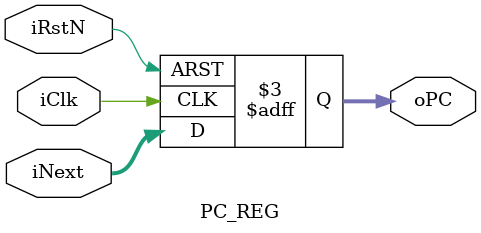
<source format=v>
module TOP (
    input iClk,
    input iRstN
);

    // PC wires
    wire [31:0] pc_cur;
    wire [31:0] pc_next;

    // Instruction 
    wire [31:0] instr;

    // Decoder outputs
    wire [6:0]  opcode;
    wire [4:0]  rd, rs1, rs2;
    wire [2:0]  funct3;
    wire [6:0]  funct7;
    wire [31:0] imm;

    // Control signals
    wire oLui, oPcSrc, oMemRd, oMemWr;
    wire oMemtoReg, oAluSrc1, oAluSrc2;
    wire oRegWrite, oBranch, oJump;
    wire oAluOp;

    // Register wires
    wire [31:0] rs1Data, rs2Data;
    wire [31:0] regWriteData;

    // ALU wires
    wire [3:0] aluCtrl;
    wire [31:0] aluInA, aluInB, aluOut;
    wire aluZero;

    // Data memory
    wire [31:0] memReadData;

    wire [31:0] wb_mux0_out;
    wire [31:0] wb_final;

 
    // PC REGISTER
    PC_REG pc0 (
        .iClk(iClk),
        .iRstN(iRstN),
        .iNext(pc_next),
        .oPC(pc_cur)
    );


    // INSTRUCTION MEMORY
    INSTRUCTION_MEMORY imem (
        .iRdAddr(pc_cur),
        .oInstr(instr)
    );


    // DECODER
    DECODER dec0 (
        .iInstr(instr),
        .oOpcode(opcode),
        .oRd(rd),
        .oFunct3(funct3),
        .oRs1(rs1),
        .oRs2(rs2),
        .oFunct7(funct7),
        .oImm(imm)
    );

    // CONTROL
    CONTROL ctrl0 (
        .iOpcode(opcode),
        .oLui(oLui),
        .oPcSrc(oPcSrc),
        .oMemRd(oMemRd),
        .oMemWr(oMemWr),
        .oAluOp(oAluOp),
        .oMemtoReg(oMemtoReg),
        .oAluSrc1(oAluSrc1),
        .oAluSrc2(oAluSrc2),
        .oRegWrite(oRegWrite),
        .oBranch(oBranch),
        .oJump(oJump)
    );

    // REGISTER FILE
    REGISTER reg0 (
        .iClk(iClk),
        .iRstN(iRstN),
        .iWriteEn(oRegWrite),
        .iReadEnS1(1'b1),
        .iReadEnS2(1'b1),
        .iRdAddr(rd),
        .iRs1Addr(rs1),
        .iRs2Addr(rs2),
        .iWriteData(wb_final),
        .oRs1Data(rs1Data),
        .oRs2Data(rs2Data)
    );

    // ALU CONTROL
    ALU_CONTROL alucontrol0 (
        .iAluOp({2'b00, oAluOp}),
        .iFunct3(funct3),
        .iFunct7(funct7),
        .oAluCtrl(aluCtrl)
    );

    // ALU INPUT MUXES
    MUX_2_1 #(.WIDTH(32)) muxA (
        .iData0(rs1Data),
        .iData1(pc_cur),
        .iSel(oAluSrc1),
        .oData(aluInA)
    );

    MUX_2_1 #(.WIDTH(32)) muxB (
        .iData0(rs2Data),
        .iData1(imm),
        .iSel(oAluSrc2),
        .oData(aluInB)
    );

    // ALU
    ALU alu0 (
        .iDataA(aluInA),
        .iDataB(aluInB),
        .iAluCtrl(aluCtrl),
        .oData(aluOut),
        .oZero(aluZero)
    );

    // DATA MEMORY
    DATA_MEMORY dmem0 (
        .iAddress(aluOut),
        .iWriteData(rs2Data),
        .iFunct3(funct3),
        .iMemWrite(oMemWr),
        .iMemRead(oMemRd),
        .oReadData(memReadData)
    );

    // WRITEBACK MUXES
    MUX_2_1 #(.WIDTH(32)) muxWB0 (
        .iData0(aluOut),
        .iData1(memReadData),
        .iSel(oMemtoReg),
        .oData(wb_mux0_out)
    );

    MUX_2_1 #(.WIDTH(32)) muxWB1 (
        .iData0(wb_mux0_out),
        .iData1(imm),
        .iSel(oLui),
        .oData(wb_final)
    );

    // BRANCH JUMP UNIT
    BRANCH_JUMP bj0 (
        .iBranch(oBranch),
        .iJump(oJump),
        .iZero(aluZero),
        .iOffset(imm),
        .iPc(pc_cur),
        .iRs1(rs1Data),
        .iPcSrc(oPcSrc),
        .oPc(pc_next)
    );

endmodule


// PC REGISTER (keeps TOP structural)
module PC_REG (
    input iClk,
    input iRstN,
    input [31:0] iNext,
    output reg [31:0] oPC
);
    always @(posedge iClk or negedge iRstN) begin
        if (!iRstN)
            oPC <= 32'd0;
        else
            oPC <= iNext;
    end
endmodule
</source>
